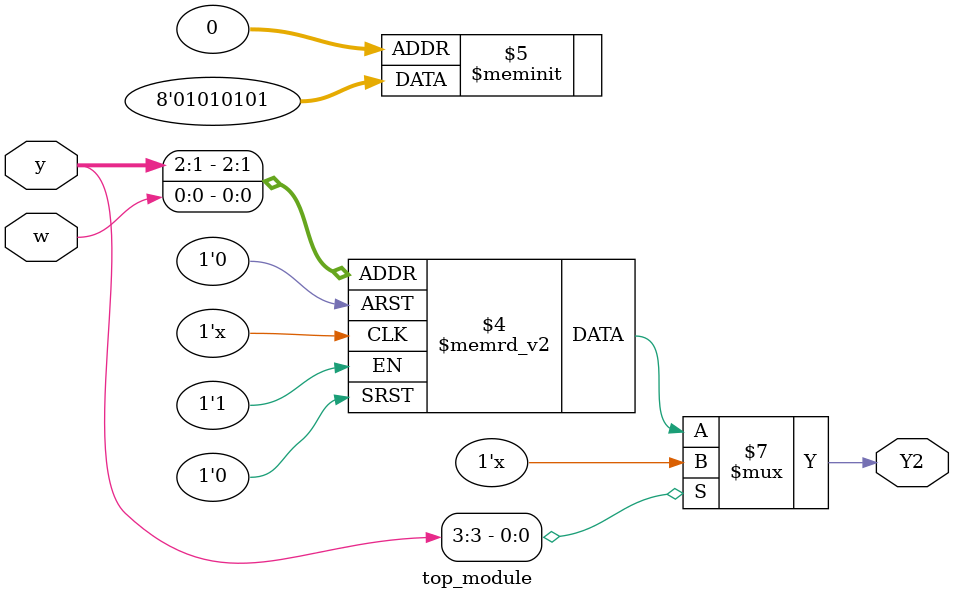
<source format=sv>
module top_module(
    input [3:1] y,
    input w,
    output reg Y2);

always @(y or w)
    case({y, w})
        // A (0) --0--> B
        // A (0) --1--> A
        3'b0000: Y2 = 1'b1;
        3'b0001: Y2 = 1'b0;
        // B (0) --0--> C
        // B (0) --1--> D
        3'b0010: Y2 = 1'b1;
        3'b0011: Y2 = 1'b0;
        // C (0) --0--> E
        // C (0) --1--> D
        3'b0100: Y2 = 1'b1;
        3'b0101: Y2 = 1'b0;
        // D (0) --0--> F
        // D (0) --1--> A
        3'b0110: Y2 = 1'b1;
        3'b0111: Y2 = 1'b0;
        // E (1) --0--> E
        // E (1) --1--> D
        3'b1000: Y2 = 1'b1;
        3'b1001: Y2 = 1'b0;
        // F (1) --0--> C
        // F (1) --1--> D
        3'b1010: Y2 = 1'b1;
        3'b1011: Y2 = 1'b0;
    endcase

endmodule

</source>
